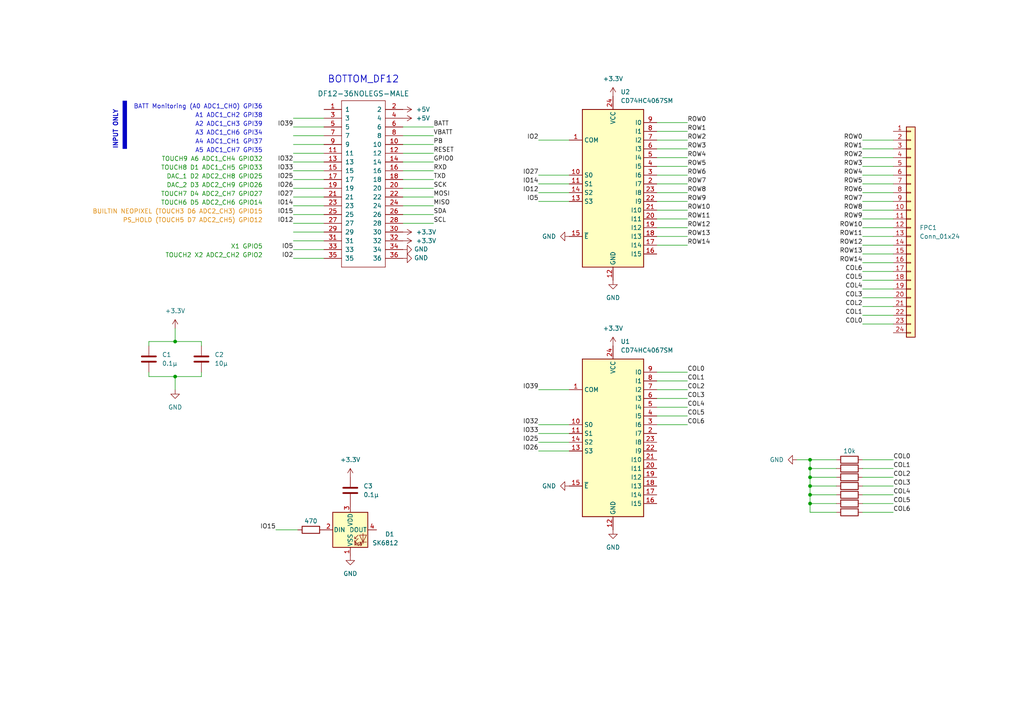
<source format=kicad_sch>
(kicad_sch (version 20230121) (generator eeschema)
  (paper "A4")
  (lib_symbols
    (symbol "74xx:CD74HC4067SM"
      (property "Reference" "U" (at -8.89 22.86 0))
      (property "Value" "CD74HC4067SM" (at 1.27 22.86 0))
      (symbol "CD74HC4067SM_0_1"
        (rectangle (start -8.89 21.59) (end 8.89 -24.13) (stroke (width 0.254)) (fill (type background)))
      )
      (symbol "CD74HC4067SM_1_1"
        (pin passive line (at -12.7 12.7 0) (length 3.81) (name "COM") (number "1"))
        (pin input line (at -12.7 2.54 0) (length 3.81) (name "S0") (number "10"))
        (pin input line (at -12.7 0 0) (length 3.81) (name "S1") (number "11"))
        (pin power_in line (at 0 -27.94 90) (length 3.81) (name "GND") (number "12"))
        (pin input line (at -12.7 -5.08 0) (length 3.81) (name "S3") (number "13"))
        (pin input line (at -12.7 -2.54 0) (length 3.81) (name "S2") (number "14"))
        (pin input line (at -12.7 -15.24 0) (length 3.81) (name "~{E}") (number "15"))
        (pin passive line (at 12.7 -20.32 180) (length 3.81) (name "I15") (number "16"))
        (pin passive line (at 12.7 -17.78 180) (length 3.81) (name "I14") (number "17"))
        (pin passive line (at 12.7 -15.24 180) (length 3.81) (name "I13") (number "18"))
        (pin passive line (at 12.7 -12.7 180) (length 3.81) (name "I12") (number "19"))
        (pin passive line (at 12.7 0 180) (length 3.81) (name "I7") (number "2"))
        (pin passive line (at 12.7 -10.16 180) (length 3.81) (name "I11") (number "20"))
        (pin passive line (at 12.7 -7.62 180) (length 3.81) (name "I10") (number "21"))
        (pin passive line (at 12.7 -5.08 180) (length 3.81) (name "I9") (number "22"))
        (pin passive line (at 12.7 -2.54 180) (length 3.81) (name "I8") (number "23"))
        (pin power_in line (at 0 25.4 270) (length 3.81) (name "VCC") (number "24"))
        (pin passive line (at 12.7 2.54 180) (length 3.81) (name "I6") (number "3"))
        (pin passive line (at 12.7 5.08 180) (length 3.81) (name "I5") (number "4"))
        (pin passive line (at 12.7 7.62 180) (length 3.81) (name "I4") (number "5"))
        (pin passive line (at 12.7 10.16 180) (length 3.81) (name "I3") (number "6"))
        (pin passive line (at 12.7 12.7 180) (length 3.81) (name "I2") (number "7"))
        (pin passive line (at 12.7 15.24 180) (length 3.81) (name "I1") (number "8"))
        (pin passive line (at 12.7 17.78 180) (length 3.81) (name "I0") (number "9"))
      )
    )
    (symbol "Connector_Generic:Conn_01x24" (pin_names (offset 1.016) hide)
      (property "Reference" "J" (at 0 30.48 0))
      (property "Value" "Conn_01x24" (at 0 -33.02 0))
      (symbol "Conn_01x24_1_1"
        (rectangle (start -1.27 -30.353) (end 0 -30.607) (stroke (width 0.1524)))
        (rectangle (start -1.27 -27.813) (end 0 -28.067) (stroke (width 0.1524)))
        (rectangle (start -1.27 -25.273) (end 0 -25.527) (stroke (width 0.1524)))
        (rectangle (start -1.27 -22.733) (end 0 -22.987) (stroke (width 0.1524)))
        (rectangle (start -1.27 -20.193) (end 0 -20.447) (stroke (width 0.1524)))
        (rectangle (start -1.27 -17.653) (end 0 -17.907) (stroke (width 0.1524)))
        (rectangle (start -1.27 -15.113) (end 0 -15.367) (stroke (width 0.1524)))
        (rectangle (start -1.27 -12.573) (end 0 -12.827) (stroke (width 0.1524)))
        (rectangle (start -1.27 -10.033) (end 0 -10.287) (stroke (width 0.1524)))
        (rectangle (start -1.27 -7.493) (end 0 -7.747) (stroke (width 0.1524)))
        (rectangle (start -1.27 -4.953) (end 0 -5.207) (stroke (width 0.1524)))
        (rectangle (start -1.27 -2.413) (end 0 -2.667) (stroke (width 0.1524)))
        (rectangle (start -1.27 0.127) (end 0 -0.127) (stroke (width 0.1524)))
        (rectangle (start -1.27 2.667) (end 0 2.413) (stroke (width 0.1524)))
        (rectangle (start -1.27 5.207) (end 0 4.953) (stroke (width 0.1524)))
        (rectangle (start -1.27 7.747) (end 0 7.493) (stroke (width 0.1524)))
        (rectangle (start -1.27 10.287) (end 0 10.033) (stroke (width 0.1524)))
        (rectangle (start -1.27 12.827) (end 0 12.573) (stroke (width 0.1524)))
        (rectangle (start -1.27 15.367) (end 0 15.113) (stroke (width 0.1524)))
        (rectangle (start -1.27 17.907) (end 0 17.653) (stroke (width 0.1524)))
        (rectangle (start -1.27 20.447) (end 0 20.193) (stroke (width 0.1524)))
        (rectangle (start -1.27 22.987) (end 0 22.733) (stroke (width 0.1524)))
        (rectangle (start -1.27 25.527) (end 0 25.273) (stroke (width 0.1524)))
        (rectangle (start -1.27 28.067) (end 0 27.813) (stroke (width 0.1524)))
        (rectangle (start -1.27 29.21) (end 1.27 -31.75) (stroke (width 0.254)) (fill (type background)))
        (pin passive line (at -5.08 27.94 0) (length 3.81) (name "Pin_1") (number "1"))
        (pin passive line (at -5.08 5.08 0) (length 3.81) (name "Pin_10") (number "10"))
        (pin passive line (at -5.08 2.54 0) (length 3.81) (name "Pin_11") (number "11"))
        (pin passive line (at -5.08 0 0) (length 3.81) (name "Pin_12") (number "12"))
        (pin passive line (at -5.08 -2.54 0) (length 3.81) (name "Pin_13") (number "13"))
        (pin passive line (at -5.08 -5.08 0) (length 3.81) (name "Pin_14") (number "14"))
        (pin passive line (at -5.08 -7.62 0) (length 3.81) (name "Pin_15") (number "15"))
        (pin passive line (at -5.08 -10.16 0) (length 3.81) (name "Pin_16") (number "16"))
        (pin passive line (at -5.08 -12.7 0) (length 3.81) (name "Pin_17") (number "17"))
        (pin passive line (at -5.08 -15.24 0) (length 3.81) (name "Pin_18") (number "18"))
        (pin passive line (at -5.08 -17.78 0) (length 3.81) (name "Pin_19") (number "19"))
        (pin passive line (at -5.08 25.4 0) (length 3.81) (name "Pin_2") (number "2"))
        (pin passive line (at -5.08 -20.32 0) (length 3.81) (name "Pin_20") (number "20"))
        (pin passive line (at -5.08 -22.86 0) (length 3.81) (name "Pin_21") (number "21"))
        (pin passive line (at -5.08 -25.4 0) (length 3.81) (name "Pin_22") (number "22"))
        (pin passive line (at -5.08 -27.94 0) (length 3.81) (name "Pin_23") (number "23"))
        (pin passive line (at -5.08 -30.48 0) (length 3.81) (name "Pin_24") (number "24"))
        (pin passive line (at -5.08 22.86 0) (length 3.81) (name "Pin_3") (number "3"))
        (pin passive line (at -5.08 20.32 0) (length 3.81) (name "Pin_4") (number "4"))
        (pin passive line (at -5.08 17.78 0) (length 3.81) (name "Pin_5") (number "5"))
        (pin passive line (at -5.08 15.24 0) (length 3.81) (name "Pin_6") (number "6"))
        (pin passive line (at -5.08 12.7 0) (length 3.81) (name "Pin_7") (number "7"))
        (pin passive line (at -5.08 10.16 0) (length 3.81) (name "Pin_8") (number "8"))
        (pin passive line (at -5.08 7.62 0) (length 3.81) (name "Pin_9") (number "9"))
      )
    )
    (symbol "Device:C" (pin_numbers hide) (pin_names (offset 0.254))
      (property "Reference" "C" (at 0.635 2.54 0))
      (property "Value" "C" (at 0.635 -2.54 0))
      (symbol "C_0_1"
        (polyline (pts (xy -2.032 -0.762) (xy 2.032 -0.762)) (stroke (width 0.508)))
        (polyline (pts (xy -2.032 0.762) (xy 2.032 0.762)) (stroke (width 0.508)))
      )
      (symbol "C_1_1"
        (pin passive line (at 0 3.81 270) (length 2.794) (name "~") (number "1"))
        (pin passive line (at 0 -3.81 90) (length 2.794) (name "~") (number "2"))
      )
    )
    (symbol "Device:R" (pin_numbers hide) (pin_names (offset 0))
      (property "Reference" "R" (at 2.032 0 90))
      (property "Value" "R" (at 0 0 90))
      (symbol "R_0_1"
        (rectangle (start -1.016 -2.54) (end 1.016 2.54) (stroke (width 0.254)))
      )
      (symbol "R_1_1"
        (pin passive line (at 0 3.81 270) (length 1.27) (name "~") (number "1"))
        (pin passive line (at 0 -3.81 90) (length 1.27) (name "~") (number "2"))
      )
    )
    (symbol "LED:SK6812" (pin_names (offset 0.254))
      (property "Reference" "D" (at 5.08 5.715 0))
      (property "Value" "SK6812" (at 1.27 -5.715 0))
      (symbol "SK6812_0_0"
        (text "RGB" (at 2.286 -4.191 0) (effects (font (size 0.762 0.762))))
      )
      (symbol "SK6812_0_1"
        (polyline (pts (xy 1.27 -3.556) (xy 1.778 -3.556)))
        (polyline (pts (xy 1.27 -2.54) (xy 1.778 -2.54)))
        (polyline (pts (xy 4.699 -3.556) (xy 2.667 -3.556)))
        (polyline (pts (xy 2.286 -2.54) (xy 1.27 -3.556) (xy 1.27 -3.048)))
        (polyline (pts (xy 2.286 -1.524) (xy 1.27 -2.54) (xy 1.27 -2.032)))
        (polyline (pts (xy 3.683 -1.016) (xy 3.683 -3.556) (xy 3.683 -4.064)))
        (polyline (pts (xy 4.699 -1.524) (xy 2.667 -1.524) (xy 3.683 -3.556) (xy 4.699 -1.524)))
        (rectangle (start 5.08 5.08) (end -5.08 -5.08) (stroke (width 0.254)) (fill (type background)))
      )
      (symbol "SK6812_1_1"
        (pin power_in line (at 0 -7.62 90) (length 2.54) (name "VSS") (number "1"))
        (pin input line (at -7.62 0 0) (length 2.54) (name "DIN") (number "2"))
        (pin power_in line (at 0 7.62 270) (length 2.54) (name "VDD") (number "3"))
        (pin output line (at 7.62 0 180) (length 2.54) (name "DOUT") (number "4"))
      )
    )
    (symbol "MovuinoBaseShield-rescue:DF12-36NOLEGS-MALE-V0.99.3-ESP12-3-mech-eagle-import" (pin_names (offset 1.016))
      (property "Reference" "J" (at -5.08 21.59 0))
      (property "Value" "V0.99.3-ESP12-3-mech-eagle-import_DF12-36NOLEGS-MALE" (at -5.08 -30.48 0))
      (symbol "DF12-36NOLEGS-MALE-V0.99.3-ESP12-3-mech-eagle-import_1_0"
        (polyline (pts (xy -5.08 -27.94) (xy 7.62 -27.94)))
        (polyline (pts (xy -5.08 20.32) (xy -5.08 -27.94)))
        (polyline (pts (xy 7.62 -27.94) (xy 7.62 20.32)))
        (polyline (pts (xy 7.62 20.32) (xy -5.08 20.32)))
        (pin bidirectional line (at -10.16 17.78 0) (length 5.08) (name "1") (number "1"))
        (pin bidirectional line (at 12.7 7.62 180) (length 5.08) (name "10") (number "10"))
        (pin bidirectional line (at -10.16 5.08 0) (length 5.08) (name "11") (number "11"))
        (pin bidirectional line (at 12.7 5.08 180) (length 5.08) (name "12") (number "12"))
        (pin bidirectional line (at -10.16 2.54 0) (length 5.08) (name "13") (number "13"))
        (pin bidirectional line (at 12.7 2.54 180) (length 5.08) (name "14") (number "14"))
        (pin bidirectional line (at -10.16 0 0) (length 5.08) (name "15") (number "15"))
        (pin bidirectional line (at 12.7 0 180) (length 5.08) (name "16") (number "16"))
        (pin bidirectional line (at -10.16 -2.54 0) (length 5.08) (name "17") (number "17"))
        (pin bidirectional line (at 12.7 -2.54 180) (length 5.08) (name "18") (number "18"))
        (pin bidirectional line (at -10.16 -5.08 0) (length 5.08) (name "19") (number "19"))
        (pin bidirectional line (at 12.7 17.78 180) (length 5.08) (name "2") (number "2"))
        (pin bidirectional line (at 12.7 -5.08 180) (length 5.08) (name "20") (number "20"))
        (pin bidirectional line (at -10.16 -7.62 0) (length 5.08) (name "21") (number "21"))
        (pin bidirectional line (at 12.7 -7.62 180) (length 5.08) (name "22") (number "22"))
        (pin bidirectional line (at -10.16 -10.16 0) (length 5.08) (name "23") (number "23"))
        (pin bidirectional line (at 12.7 -10.16 180) (length 5.08) (name "24") (number "24"))
        (pin bidirectional line (at -10.16 -12.7 0) (length 5.08) (name "25") (number "25"))
        (pin bidirectional line (at 12.7 -12.7 180) (length 5.08) (name "26") (number "26"))
        (pin bidirectional line (at -10.16 -15.24 0) (length 5.08) (name "27") (number "27"))
        (pin bidirectional line (at 12.7 -15.24 180) (length 5.08) (name "28") (number "28"))
        (pin bidirectional line (at -10.16 -17.78 0) (length 5.08) (name "29") (number "29"))
        (pin bidirectional line (at -10.16 15.24 0) (length 5.08) (name "3") (number "3"))
        (pin bidirectional line (at 12.7 -17.78 180) (length 5.08) (name "30") (number "30"))
        (pin bidirectional line (at -10.16 -20.32 0) (length 5.08) (name "31") (number "31"))
        (pin bidirectional line (at 12.7 -20.32 180) (length 5.08) (name "32") (number "32"))
        (pin bidirectional line (at -10.16 -22.86 0) (length 5.08) (name "33") (number "33"))
        (pin bidirectional line (at 12.7 -22.86 180) (length 5.08) (name "34") (number "34"))
        (pin bidirectional line (at -10.16 -25.4 0) (length 5.08) (name "35") (number "35"))
        (pin bidirectional line (at 12.7 -25.4 180) (length 5.08) (name "36") (number "36"))
        (pin bidirectional line (at 12.7 15.24 180) (length 5.08) (name "4") (number "4"))
        (pin bidirectional line (at -10.16 12.7 0) (length 5.08) (name "5") (number "5"))
        (pin bidirectional line (at 12.7 12.7 180) (length 5.08) (name "6") (number "6"))
        (pin bidirectional line (at -10.16 10.16 0) (length 5.08) (name "7") (number "7"))
        (pin bidirectional line (at 12.7 10.16 180) (length 5.08) (name "8") (number "8"))
        (pin bidirectional line (at -10.16 7.62 0) (length 5.08) (name "9") (number "9"))
      )
    )
    (symbol "power:+3.3V" (power) (pin_names (offset 0))
      (property "Value" "+3.3V" (at 0 3.556 0))
      (symbol "+3.3V_0_1"
        (polyline (pts (xy -0.762 1.27) (xy 0 2.54)))
        (polyline (pts (xy 0 0) (xy 0 2.54)))
        (polyline (pts (xy 0 2.54) (xy 0.762 1.27)))
      )
      (symbol "+3.3V_1_1"
        (pin power_in line (at 0 0 90) (length 0) hide (name "+3.3V") (number "1"))
      )
    )
    (symbol "power:+5V" (power) (pin_names (offset 0))
      (property "Value" "+5V" (at 0 3.556 0))
      (symbol "+5V_0_1"
        (polyline (pts (xy -0.762 1.27) (xy 0 2.54)))
        (polyline (pts (xy 0 0) (xy 0 2.54)))
        (polyline (pts (xy 0 2.54) (xy 0.762 1.27)))
      )
      (symbol "+5V_1_1"
        (pin power_in line (at 0 0 90) (length 0) hide (name "+5V") (number "1"))
      )
    )
    (symbol "power:GND" (power) (pin_names (offset 0))
      (property "Value" "GND" (at 0 -3.81 0))
      (symbol "GND_0_1"
        (polyline (pts (xy 0 0) (xy 0 -1.27) (xy 1.27 -1.27) (xy 0 -2.54) (xy -1.27 -1.27) (xy 0 -1.27)))
      )
      (symbol "GND_1_1"
        (pin power_in line (at 0 0 270) (length 0) hide (name "GND") (number "1"))
      )
    )
  )
  (junction (at 234.95 143.51))
  (junction (at 50.8 109.22))
  (junction (at 234.95 135.89))
  (junction (at 234.95 146.05))
  (junction (at 234.95 133.35))
  (junction (at 234.95 138.43))
  (junction (at 234.95 140.97))
  (junction (at 50.8 99.06))
  (wire (pts (xy 250.19 135.89) (xy 259.08 135.89)))
  (wire (pts (xy 234.95 148.59) (xy 242.57 148.59)))
  (wire (pts (xy 93.98 36.83) (xy 85.09 36.83)))
  (wire (pts (xy 165.1 58.42) (xy 156.21 58.42)))
  (wire (pts (xy 190.5 123.19) (xy 199.39 123.19)))
  (wire (pts (xy 259.08 40.64) (xy 250.19 40.64)))
  (wire (pts (xy 43.18 109.22) (xy 43.18 107.95)))
  (wire (pts (xy 259.08 63.5) (xy 250.19 63.5)))
  (wire (pts (xy 190.5 107.95) (xy 199.39 107.95)))
  (wire (pts (xy 259.08 53.34) (xy 250.19 53.34)))
  (wire (pts (xy 165.1 50.8) (xy 156.21 50.8)))
  (wire (pts (xy 165.1 125.73) (xy 156.21 125.73)))
  (wire (pts (xy 93.98 52.07) (xy 85.09 52.07)))
  (wire (pts (xy 190.5 50.8) (xy 199.39 50.8)))
  (wire (pts (xy 259.08 71.12) (xy 250.19 71.12)))
  (wire (pts (xy 259.08 81.28) (xy 250.19 81.28)))
  (wire (pts (xy 190.5 40.64) (xy 199.39 40.64)))
  (wire (pts (xy 190.5 45.72) (xy 199.39 45.72)))
  (wire (pts (xy 190.5 60.96) (xy 199.39 60.96)))
  (wire (pts (xy 190.5 66.04) (xy 199.39 66.04)))
  (wire (pts (xy 165.1 55.88) (xy 156.21 55.88)))
  (wire (pts (xy 93.98 46.99) (xy 85.09 46.99)))
  (wire (pts (xy 116.84 59.69) (xy 125.73 59.69)))
  (wire (pts (xy 234.95 140.97) (xy 242.57 140.97)))
  (wire (pts (xy 93.98 34.29) (xy 85.09 34.29)))
  (wire (pts (xy 259.08 68.58) (xy 250.19 68.58)))
  (wire (pts (xy 234.95 143.51) (xy 234.95 146.05)))
  (wire (pts (xy 116.84 41.91) (xy 125.73 41.91)))
  (wire (pts (xy 234.95 146.05) (xy 234.95 148.59)))
  (wire (pts (xy 231.14 133.35) (xy 234.95 133.35)))
  (wire (pts (xy 80.01 153.67) (xy 86.36 153.67)))
  (wire (pts (xy 250.19 146.05) (xy 259.08 146.05)))
  (wire (pts (xy 259.08 78.74) (xy 250.19 78.74)))
  (wire (pts (xy 250.19 138.43) (xy 259.08 138.43)))
  (wire (pts (xy 259.08 66.04) (xy 250.19 66.04)))
  (wire (pts (xy 93.98 72.39) (xy 85.09 72.39)))
  (wire (pts (xy 190.5 71.12) (xy 199.39 71.12)))
  (wire (pts (xy 116.84 36.83) (xy 125.73 36.83)))
  (wire (pts (xy 259.08 55.88) (xy 250.19 55.88)))
  (wire (pts (xy 234.95 135.89) (xy 234.95 138.43)))
  (wire (pts (xy 259.08 93.98) (xy 250.19 93.98)))
  (wire (pts (xy 93.98 54.61) (xy 85.09 54.61)))
  (wire (pts (xy 234.95 135.89) (xy 242.57 135.89)))
  (wire (pts (xy 234.95 140.97) (xy 234.95 143.51)))
  (wire (pts (xy 190.5 110.49) (xy 199.39 110.49)))
  (wire (pts (xy 93.98 41.91) (xy 85.09 41.91)))
  (wire (pts (xy 234.95 146.05) (xy 242.57 146.05)))
  (wire (pts (xy 165.1 130.81) (xy 156.21 130.81)))
  (wire (pts (xy 259.08 58.42) (xy 250.19 58.42)))
  (wire (pts (xy 93.98 69.85) (xy 85.09 69.85)))
  (wire (pts (xy 93.98 44.45) (xy 85.09 44.45)))
  (wire (pts (xy 58.42 107.95) (xy 58.42 109.22)))
  (wire (pts (xy 190.5 113.03) (xy 199.39 113.03)))
  (wire (pts (xy 259.08 50.8) (xy 250.19 50.8)))
  (wire (pts (xy 190.5 48.26) (xy 199.39 48.26)))
  (wire (pts (xy 93.98 57.15) (xy 85.09 57.15)))
  (wire (pts (xy 190.5 68.58) (xy 199.39 68.58)))
  (wire (pts (xy 190.5 38.1) (xy 199.39 38.1)))
  (wire (pts (xy 116.84 49.53) (xy 125.73 49.53)))
  (wire (pts (xy 190.5 115.57) (xy 199.39 115.57)))
  (wire (pts (xy 259.08 83.82) (xy 250.19 83.82)))
  (wire (pts (xy 190.5 35.56) (xy 199.39 35.56)))
  (wire (pts (xy 93.98 59.69) (xy 85.09 59.69)))
  (wire (pts (xy 50.8 95.25) (xy 50.8 99.06)))
  (wire (pts (xy 250.19 133.35) (xy 259.08 133.35)))
  (wire (pts (xy 242.57 133.35) (xy 234.95 133.35)))
  (wire (pts (xy 93.98 74.93) (xy 85.09 74.93)))
  (wire (pts (xy 116.84 39.37) (xy 125.73 39.37)))
  (wire (pts (xy 93.98 67.31) (xy 85.09 67.31)))
  (wire (pts (xy 116.84 44.45) (xy 125.73 44.45)))
  (wire (pts (xy 43.18 99.06) (xy 50.8 99.06)))
  (wire (pts (xy 58.42 99.06) (xy 58.42 100.33)))
  (wire (pts (xy 190.5 43.18) (xy 199.39 43.18)))
  (wire (pts (xy 234.95 143.51) (xy 242.57 143.51)))
  (wire (pts (xy 50.8 109.22) (xy 43.18 109.22)))
  (wire (pts (xy 250.19 143.51) (xy 259.08 143.51)))
  (wire (pts (xy 259.08 43.18) (xy 250.19 43.18)))
  (wire (pts (xy 116.84 62.23) (xy 125.73 62.23)))
  (wire (pts (xy 165.1 53.34) (xy 156.21 53.34)))
  (wire (pts (xy 259.08 91.44) (xy 250.19 91.44)))
  (wire (pts (xy 234.95 133.35) (xy 234.95 135.89)))
  (wire (pts (xy 165.1 113.03) (xy 156.21 113.03)))
  (wire (pts (xy 190.5 53.34) (xy 199.39 53.34)))
  (wire (pts (xy 93.98 39.37) (xy 85.09 39.37)))
  (wire (pts (xy 234.95 138.43) (xy 234.95 140.97)))
  (wire (pts (xy 50.8 113.03) (xy 50.8 109.22)))
  (wire (pts (xy 190.5 118.11) (xy 199.39 118.11)))
  (wire (pts (xy 116.84 52.07) (xy 125.73 52.07)))
  (wire (pts (xy 259.08 88.9) (xy 250.19 88.9)))
  (wire (pts (xy 116.84 54.61) (xy 125.73 54.61)))
  (wire (pts (xy 165.1 123.19) (xy 156.21 123.19)))
  (wire (pts (xy 190.5 55.88) (xy 199.39 55.88)))
  (wire (pts (xy 259.08 48.26) (xy 250.19 48.26)))
  (wire (pts (xy 116.84 57.15) (xy 125.73 57.15)))
  (wire (pts (xy 58.42 109.22) (xy 50.8 109.22)))
  (wire (pts (xy 190.5 58.42) (xy 199.39 58.42)))
  (wire (pts (xy 259.08 86.36) (xy 250.19 86.36)))
  (wire (pts (xy 93.98 62.23) (xy 85.09 62.23)))
  (wire (pts (xy 165.1 128.27) (xy 156.21 128.27)))
  (wire (pts (xy 190.5 63.5) (xy 199.39 63.5)))
  (wire (pts (xy 250.19 148.59) (xy 259.08 148.59)))
  (wire (pts (xy 50.8 99.06) (xy 58.42 99.06)))
  (wire (pts (xy 234.95 138.43) (xy 242.57 138.43)))
  (wire (pts (xy 259.08 76.2) (xy 250.19 76.2)))
  (wire (pts (xy 190.5 120.65) (xy 199.39 120.65)))
  (wire (pts (xy 165.1 40.64) (xy 156.21 40.64)))
  (wire (pts (xy 259.08 73.66) (xy 250.19 73.66)))
  (wire (pts (xy 259.08 60.96) (xy 250.19 60.96)))
  (wire (pts (xy 250.19 140.97) (xy 259.08 140.97)))
  (wire (pts (xy 93.98 64.77) (xy 85.09 64.77)))
  (wire (pts (xy 259.08 45.72) (xy 250.19 45.72)))
  (wire (pts (xy 93.98 49.53) (xy 85.09 49.53)))
  (wire (pts (xy 116.84 46.99) (xy 125.73 46.99)))
  (wire (pts (xy 43.18 100.33) (xy 43.18 99.06)))
  (wire (pts (xy 116.84 64.77) (xy 125.73 64.77)))
  (rectangle (start 35.56 29.21) (end 36.83 43.18) (stroke (width -0.0001)) (fill (type color) (color 0 0 194 1)))
  (text "TOUCH6 D5 ADC2_CH6 GPIO14" (at 76.2 59.69 0) (effects (font (size 1.27 1.27)) (justify right bottom)))
  (text "DAC_2 D3 ADC2_CH9 GPIO26" (at 76.2 54.61 0) (effects (font (size 1.27 1.27)) (justify right bottom)))
  (text "A2 ADC1_CH3 GPI39" (at 76.2 36.83 0) (effects (font (size 1.27 1.27)) (justify right bottom)))
  (text "TOUCH9 A6 ADC1_CH4 GPIO32" (at 76.2 46.99 0) (effects (font (size 1.27 1.27)) (justify right bottom)))
  (text "A4 ADC1_CH1 GPI37" (at 76.2 41.91 0) (effects (font (size 1.27 1.27)) (justify right bottom)))
  (text "A1 ADC1_CH2 GPI38" (at 76.2 34.29 0) (effects (font (size 1.27 1.27)) (justify right bottom)))
  (text "A3 ADC1_CH6 GPI34" (at 76.2 39.37 0) (effects (font (size 1.27 1.27)) (justify right bottom)))
  (text "INPUT ONLY" (at 34.29 31.75 90) (effects (font (size 1.27 1.27) (thickness 0.254) bold) (justify right bottom)))
  (text " TOUCH2 X2 ADC2_CH2 GPIO2" (at 76.2 74.93 0) (effects (font (size 1.27 1.27)) (justify right bottom)))
  (text "X1 GPIO5" (at 76.2 72.39 0) (effects (font (size 1.27 1.27)) (justify right bottom)))
  (text "TOUCH7 D4 ADC2_CH7 GPIO27" (at 76.2 57.15 0) (effects (font (size 1.27 1.27)) (justify right bottom)))
  (text "TOUCH8 D1 ADC1_CH5 GPIO33" (at 76.2 49.53 0) (effects (font (size 1.27 1.27)) (justify right bottom)))
  (text "A5 ADC1_CH7 GPI35" (at 76.2 44.45 0) (effects (font (size 1.27 1.27)) (justify right bottom)))
  (text "BATT Monitoring (A0 ADC1_CH0) GPI36" (at 76.2 31.75 0) (effects (font (size 1.27 1.27)) (justify right bottom)))
  (text "BUILTIN NEOPIXEL (TOUCH3 D6 ADC2_CH3) GPIO15" (at 76.2 62.23 0) (effects (font (size 1.27 1.27)) (justify right bottom)))
  (text "DAC_1 D2 ADC2_CH8 GPIO25" (at 76.2 52.07 0) (effects (font (size 1.27 1.27)) (justify right bottom)))
  (text "PS_HOLD (TOUCH5 D7 ADC2_CH5) GPIO12" (at 76.2 64.77 0) (effects (font (size 1.27 1.27)) (justify right bottom)))
  (label "GPIO0" (at 125.73 46.99 0))
  (label "IO2" (at 156.21 40.64 180))
  (label "RXD" (at 125.73 49.53 0))
  (label "COL5" (at 259.08 146.05 0))
  (label "IO5" (at 156.21 58.42 180))
  (label "ROW14" (at 250.19 76.2 180))
  (label "MOSI" (at 125.73 57.15 0))
  (label "COL1" (at 259.08 135.89 0))
  (label "ROW0" (at 250.19 40.64 180))
  (label "COL4" (at 199.39 118.11 0))
  (label "ROW7" (at 199.39 53.34 0))
  (label "IO14" (at 85.09 59.69 180))
  (label "ROW5" (at 250.19 53.34 180))
  (label "IO27" (at 156.21 50.8 180))
  (label "ROW13" (at 199.39 68.58 0))
  (label "ROW1" (at 199.39 38.1 0))
  (label "IO32" (at 85.09 46.99 180))
  (label "COL2" (at 199.39 113.03 0))
  (label "IO26" (at 85.09 54.61 180))
  (label "COL5" (at 199.39 120.65 0))
  (label "VBATT" (at 125.73 39.37 0))
  (label "COL2" (at 259.08 138.43 0))
  (label "COL3" (at 199.39 115.57 0))
  (label "COL6" (at 199.39 123.19 0))
  (label "COL6" (at 259.08 148.59 0))
  (label "ROW10" (at 250.19 66.04 180))
  (label "COL0" (at 250.19 93.98 180))
  (label "ROW1" (at 250.19 43.18 180))
  (label "IO2" (at 85.09 74.93 180))
  (label "IO39" (at 156.21 113.03 180))
  (label "ROW14" (at 199.39 71.12 0))
  (label "IO32" (at 156.21 123.19 180))
  (label "ROW3" (at 250.19 48.26 180))
  (label "IO25" (at 85.09 52.07 180))
  (label "ROW12" (at 250.19 71.12 180))
  (label "IO15" (at 85.09 62.23 180))
  (label "ROW8" (at 250.19 60.96 180))
  (label "ROW12" (at 199.39 66.04 0))
  (label "ROW2" (at 250.19 45.72 180))
  (label "RESET" (at 125.73 44.45 0))
  (label "IO27" (at 85.09 57.15 180))
  (label "BATT" (at 125.73 36.83 0))
  (label "IO26" (at 156.21 130.81 180))
  (label "ROW13" (at 250.19 73.66 180))
  (label "IO14" (at 156.21 53.34 180))
  (label "ROW6" (at 199.39 50.8 0))
  (label "MISO" (at 125.73 59.69 0))
  (label "COL2" (at 250.19 88.9 180))
  (label "ROW5" (at 199.39 48.26 0))
  (label "ROW10" (at 199.39 60.96 0))
  (label "IO15" (at 80.01 153.67 180))
  (label "ROW2" (at 199.39 40.64 0))
  (label "ROW9" (at 250.19 63.5 180))
  (label "COL1" (at 199.39 110.49 0))
  (label "IO25" (at 156.21 128.27 180))
  (label "SCK" (at 125.73 54.61 0))
  (label "ROW0" (at 199.39 35.56 0))
  (label "COL4" (at 259.08 143.51 0))
  (label "COL0" (at 259.08 133.35 0))
  (label "ROW3" (at 199.39 43.18 0))
  (label "IO5" (at 85.09 72.39 180))
  (label "COL1" (at 250.19 91.44 180))
  (label "ROW8" (at 199.39 55.88 0))
  (label "COL3" (at 250.19 86.36 180))
  (label "ROW6" (at 250.19 55.88 180))
  (label "COL5" (at 250.19 81.28 180))
  (label "ROW9" (at 199.39 58.42 0))
  (label "COL3" (at 259.08 140.97 0))
  (label "COL4" (at 250.19 83.82 180))
  (label "ROW4" (at 199.39 45.72 0))
  (label "IO33" (at 156.21 125.73 180))
  (label "ROW4" (at 250.19 50.8 180))
  (label "COL6" (at 250.19 78.74 180))
  (label "IO12" (at 85.09 64.77 180))
  (label "ROW11" (at 199.39 63.5 0))
  (label "ROW11" (at 250.19 68.58 180))
  (label "TXD" (at 125.73 52.07 0))
  (label "COL0" (at 199.39 107.95 0))
  (label "IO33" (at 85.09 49.53 180))
  (label "ROW7" (at 250.19 58.42 180))
  (label "IO39" (at 85.09 36.83 180))
  (label "IO12" (at 156.21 55.88 180))
  (label "SCL" (at 125.73 64.77 0))
  (label "PB" (at 125.73 41.91 0))
  (label "SDA" (at 125.73 62.23 0))
  (symbol (lib_id "MovuinoBaseShield-rescue:DF12-36NOLEGS-MALE-V0.99.3-ESP12-3-mech-eagle-import") (at 104.14 49.53 0) (unit 1)
    (property "Reference" "BOTTOM_DF12" (at 105.41 22.86 0) (effects (font (size 2 2))))
    (property "Value" "DF12-36NOLEGS-MALE" (at 105.41 27.1526 0) (effects (font (size 1.4986 1.4986))))
    (property "Footprint" "Movuino:DF12-36-DP-NL" (effects hide))
  )
  (symbol (lib_id "Device:R") (at 246.38 140.97 90) (unit 1)
    (property "Reference" "R4" (effects hide))
    (property "Value" "10k" (effects hide))
    (property "Footprint" "Resistor_SMD:R_0603_1608Metric_Pad0.98x0.95mm_HandSolder" (effects hide))
  )
  (symbol (lib_id "LED:SK6812") (at 101.6 153.67 0) (unit 1)
    (property "Reference" "D1" (at 113.03 154.94 0))
    (property "Value" "SK6812" (at 111.76 157.48 0))
    (property "Footprint" "LED_SMD:LED_SK6812_PLCC4_5.0x5.0mm_P3.2mm" (effects hide))
    (property "Datasheet" "https://cdn-shop.adafruit.com/product-files/1138/SK6812+LED+datasheet+.pdf" (effects hide))
  )
  (symbol (lib_id "power:GND") (at 101.6 161.29 0) (unit 1)
    (property "Reference" "#PWR016" (effects hide))
    (property "Value" "GND" (at 101.6 166.37 0))
  )
  (symbol (lib_id "power:GND") (at 177.8 81.28 0) (unit 1)
    (property "Reference" "#PWR012" (effects hide))
    (property "Value" "GND" (at 177.8 86.36 0))
  )
  (symbol (lib_id "power:GND") (at 50.8 113.03 0) (unit 1)
    (property "Reference" "#PWR015" (effects hide))
    (property "Value" "GND" (at 50.8 118.11 0))
  )
  (symbol (lib_id "power:+5V") (at 116.84 31.75 270) (unit 1)
    (property "Reference" "#PWR01" (effects hide))
    (property "Value" "+5V" (at 120.65 31.75 90) (effects (justify left)))
  )
  (symbol (lib_id "Device:C") (at 58.42 104.14 0) (unit 1)
    (property "Reference" "C2" (at 62.23 102.87 0) (effects (justify left)))
    (property "Value" "10µ" (at 62.23 105.41 0) (effects (justify left)))
    (property "Footprint" "Capacitor_SMD:C_0603_1608Metric_Pad1.08x0.95mm_HandSolder" (effects hide))
  )
  (symbol (lib_id "power:GND") (at 116.84 74.93 90) (unit 1)
    (property "Reference" "#PWR06" (effects hide))
    (property "Value" "GND" (at 120.0912 74.803 90) (effects (justify right)))
  )
  (symbol (lib_id "power:+5V") (at 116.84 34.29 270) (unit 1)
    (property "Reference" "#PWR02" (effects hide))
    (property "Value" "+5V" (at 120.65 34.29 90) (effects (justify left)))
  )
  (symbol (lib_id "Device:R") (at 90.17 153.67 90) (unit 1)
    (property "Reference" "R8" (effects hide))
    (property "Value" "470" (at 90.17 151.13 90))
    (property "Footprint" "Resistor_SMD:R_0603_1608Metric_Pad0.98x0.95mm_HandSolder" (effects hide))
  )
  (symbol (lib_id "power:+3.3V") (at 101.6 138.43 0) (unit 1)
    (property "Reference" "#PWR017" (effects hide))
    (property "Value" "+3.3V" (at 101.6 133.35 0))
  )
  (symbol (lib_id "Device:R") (at 246.38 143.51 90) (unit 1)
    (property "Reference" "R5" (effects hide))
    (property "Value" "10k" (effects hide))
    (property "Footprint" "Resistor_SMD:R_0603_1608Metric_Pad0.98x0.95mm_HandSolder" (effects hide))
  )
  (symbol (lib_id "power:+3.3V") (at 177.8 100.33 0) (unit 1)
    (property "Reference" "#PWR09" (effects hide))
    (property "Value" "+3.3V" (at 177.8 95.25 0))
  )
  (symbol (lib_id "power:+3.3V") (at 177.8 27.94 0) (unit 1)
    (property "Reference" "#PWR011" (effects hide))
    (property "Value" "+3.3V" (at 177.8 22.86 0))
  )
  (symbol (lib_id "power:+3.3V") (at 50.8 95.25 0) (unit 1)
    (property "Reference" "#PWR014" (effects hide))
    (property "Value" "+3.3V" (at 50.8 90.17 0))
  )
  (symbol (lib_id "74xx:CD74HC4067SM") (at 177.8 53.34 0) (unit 1)
    (property "Reference" "U2" (at 179.9941 26.67 0) (effects (justify left)))
    (property "Value" "CD74HC4067SM" (at 179.9941 29.21 0) (effects (justify left)))
    (property "Footprint" "Package_SO:SSOP-24_5.3x8.2mm_P0.65mm" (effects hide))
    (property "Datasheet" "http://www.ti.com/lit/ds/symlink/cd74hc4067.pdf" (effects hide))
  )
  (symbol (lib_id "Device:R") (at 246.38 135.89 90) (unit 1)
    (property "Reference" "R2" (effects hide))
    (property "Value" "10k" (effects hide))
    (property "Footprint" "Resistor_SMD:R_0603_1608Metric_Pad0.98x0.95mm_HandSolder" (effects hide))
  )
  (symbol (lib_id "Device:C") (at 43.18 104.14 0) (unit 1)
    (property "Reference" "C1" (at 46.99 102.87 0) (effects (justify left)))
    (property "Value" "0.1µ" (at 46.99 105.41 0) (effects (justify left)))
    (property "Footprint" "Capacitor_SMD:C_0603_1608Metric_Pad1.08x0.95mm_HandSolder" (effects hide))
  )
  (symbol (lib_id "74xx:CD74HC4067SM") (at 177.8 125.73 0) (unit 1)
    (property "Reference" "U1" (at 179.9941 99.06 0) (effects (justify left)))
    (property "Value" "CD74HC4067SM" (at 179.9941 101.6 0) (effects (justify left)))
    (property "Footprint" "Package_SO:SSOP-24_5.3x8.2mm_P0.65mm" (effects hide))
    (property "Datasheet" "http://www.ti.com/lit/ds/symlink/cd74hc4067.pdf" (effects hide))
  )
  (symbol (lib_id "power:GND") (at 165.1 68.58 270) (unit 1)
    (property "Reference" "#PWR010" (effects hide))
    (property "Value" "GND" (at 161.29 68.58 90) (effects (justify right)))
  )
  (symbol (lib_id "power:+3.3V") (at 116.84 69.85 270) (unit 1)
    (property "Reference" "#PWR04" (effects hide))
    (property "Value" "+3.3V" (at 120.65 69.85 90) (effects (justify left)))
  )
  (symbol (lib_id "Device:C") (at 101.6 142.24 0) (unit 1)
    (property "Reference" "C3" (at 105.41 140.97 0) (effects (justify left)))
    (property "Value" "0.1µ" (at 105.41 143.51 0) (effects (justify left)))
    (property "Footprint" "Capacitor_SMD:C_0603_1608Metric_Pad1.08x0.95mm_HandSolder" (effects hide))
  )
  (symbol (lib_id "power:GND") (at 231.14 133.35 270) (unit 1)
    (property "Reference" "#PWR013" (effects hide))
    (property "Value" "GND" (at 227.33 133.35 90) (effects (justify right)))
  )
  (symbol (lib_id "power:GND") (at 165.1 140.97 270) (unit 1)
    (property "Reference" "#PWR08" (effects hide))
    (property "Value" "GND" (at 161.29 140.97 90) (effects (justify right)))
  )
  (symbol (lib_id "power:GND") (at 177.8 153.67 0) (unit 1)
    (property "Reference" "#PWR07" (effects hide))
    (property "Value" "GND" (at 177.8 158.75 0))
  )
  (symbol (lib_id "Device:R") (at 246.38 146.05 90) (unit 1)
    (property "Reference" "R6" (effects hide))
    (property "Value" "10k" (effects hide))
    (property "Footprint" "Resistor_SMD:R_0603_1608Metric_Pad0.98x0.95mm_HandSolder" (effects hide))
  )
  (symbol (lib_id "Connector_Generic:Conn_01x24") (at 264.16 66.04 0) (unit 1)
    (property "Reference" "FPC1" (at 266.7 66.04 0) (effects (justify left)))
    (property "Value" "Conn_01x24" (at 266.7 68.58 0) (effects (justify left)))
    (property "Footprint" "Connector_FFC-FPC:Molex_200528-0240_1x24-1MP_P1.00mm_Horizontal" (effects hide))
  )
  (symbol (lib_id "power:+3.3V") (at 116.84 67.31 270) (unit 1)
    (property "Reference" "#PWR03" (effects hide))
    (property "Value" "+3.3V" (at 120.65 67.31 90) (effects (justify left)))
  )
  (symbol (lib_id "Device:R") (at 246.38 138.43 90) (unit 1)
    (property "Reference" "R3" (effects hide))
    (property "Value" "10k" (effects hide))
    (property "Footprint" "Resistor_SMD:R_0603_1608Metric_Pad0.98x0.95mm_HandSolder" (effects hide))
  )
  (symbol (lib_id "power:GND") (at 116.84 72.39 90) (unit 1)
    (property "Reference" "#PWR05" (effects hide))
    (property "Value" "GND" (at 120.0912 72.263 90) (effects (justify right)))
  )
  (symbol (lib_id "Device:R") (at 246.38 133.35 90) (unit 1)
    (property "Reference" "R1" (effects hide))
    (property "Value" "10k" (at 246.38 130.81 90))
    (property "Footprint" "Resistor_SMD:R_0603_1608Metric_Pad0.98x0.95mm_HandSolder" (effects hide))
  )
  (symbol (lib_id "Device:R") (at 246.38 148.59 90) (unit 1)
    (property "Reference" "R7" (effects hide))
    (property "Value" "10k" (effects hide))
    (property "Footprint" "Resistor_SMD:R_0603_1608Metric_Pad0.98x0.95mm_HandSolder" (effects hide))
  )
)
</source>
